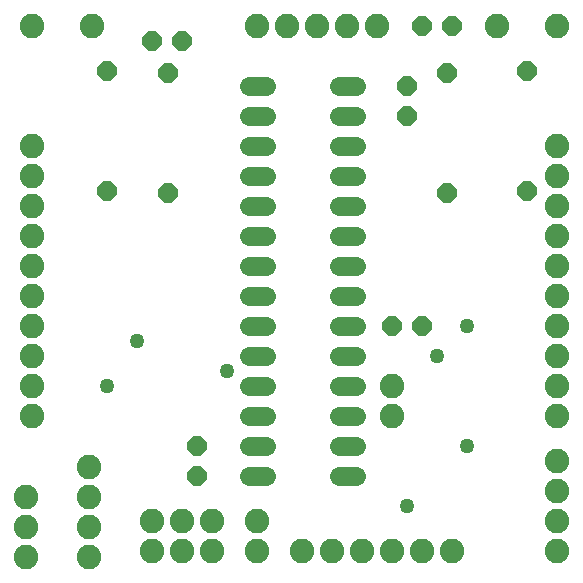
<source format=gbs>
G75*
%MOIN*%
%OFA0B0*%
%FSLAX25Y25*%
%IPPOS*%
%LPD*%
%AMOC8*
5,1,8,0,0,1.08239X$1,22.5*
%
%ADD10OC8,0.06400*%
%ADD11C,0.06400*%
%ADD12C,0.08200*%
%ADD13C,0.04965*%
D10*
X0068000Y0037500D03*
X0068000Y0047500D03*
X0133000Y0087500D03*
X0143000Y0087500D03*
X0151236Y0131713D03*
X0178000Y0132500D03*
X0178000Y0172500D03*
X0153000Y0187500D03*
X0143000Y0187500D03*
X0151236Y0171713D03*
X0138000Y0167500D03*
X0138000Y0157500D03*
X0063000Y0182500D03*
X0053000Y0182500D03*
X0058150Y0171713D03*
X0038000Y0172500D03*
X0038000Y0132500D03*
X0058150Y0131713D03*
D11*
X0085200Y0127500D02*
X0090800Y0127500D01*
X0090800Y0117500D02*
X0085200Y0117500D01*
X0085200Y0107500D02*
X0090800Y0107500D01*
X0090800Y0097500D02*
X0085200Y0097500D01*
X0085200Y0087500D02*
X0090800Y0087500D01*
X0090800Y0077500D02*
X0085200Y0077500D01*
X0085200Y0067500D02*
X0090800Y0067500D01*
X0090800Y0057500D02*
X0085200Y0057500D01*
X0085200Y0047500D02*
X0090800Y0047500D01*
X0090800Y0037500D02*
X0085200Y0037500D01*
X0115200Y0037500D02*
X0120800Y0037500D01*
X0120800Y0047500D02*
X0115200Y0047500D01*
X0115200Y0057500D02*
X0120800Y0057500D01*
X0120800Y0067500D02*
X0115200Y0067500D01*
X0115200Y0077500D02*
X0120800Y0077500D01*
X0120800Y0087500D02*
X0115200Y0087500D01*
X0115200Y0097500D02*
X0120800Y0097500D01*
X0120800Y0107500D02*
X0115200Y0107500D01*
X0115200Y0117500D02*
X0120800Y0117500D01*
X0120800Y0127500D02*
X0115200Y0127500D01*
X0115200Y0137500D02*
X0120800Y0137500D01*
X0120800Y0147500D02*
X0115200Y0147500D01*
X0115200Y0157500D02*
X0120800Y0157500D01*
X0120800Y0167500D02*
X0115200Y0167500D01*
X0090800Y0167500D02*
X0085200Y0167500D01*
X0085200Y0157500D02*
X0090800Y0157500D01*
X0090800Y0147500D02*
X0085200Y0147500D01*
X0085200Y0137500D02*
X0090800Y0137500D01*
D12*
X0011000Y0010500D03*
X0011000Y0020500D03*
X0011000Y0030500D03*
X0032000Y0030500D03*
X0032000Y0020500D03*
X0032000Y0010500D03*
X0053000Y0012500D03*
X0053000Y0022500D03*
X0063000Y0022500D03*
X0063000Y0012500D03*
X0073000Y0012500D03*
X0073000Y0022500D03*
X0088000Y0022500D03*
X0088000Y0012500D03*
X0103000Y0012500D03*
X0113000Y0012500D03*
X0123000Y0012500D03*
X0133000Y0012500D03*
X0143000Y0012500D03*
X0153000Y0012500D03*
X0188000Y0012500D03*
X0188000Y0022500D03*
X0188000Y0032500D03*
X0188000Y0042500D03*
X0188000Y0057500D03*
X0188000Y0067500D03*
X0188000Y0077500D03*
X0188000Y0087500D03*
X0188000Y0097500D03*
X0188000Y0107500D03*
X0188000Y0117500D03*
X0188000Y0127500D03*
X0188000Y0137500D03*
X0188000Y0147500D03*
X0188000Y0187500D03*
X0168000Y0187500D03*
X0128000Y0187500D03*
X0118000Y0187500D03*
X0108000Y0187500D03*
X0098000Y0187500D03*
X0088000Y0187500D03*
X0033000Y0187500D03*
X0013000Y0187500D03*
X0013000Y0147500D03*
X0013000Y0137500D03*
X0013000Y0127500D03*
X0013000Y0117500D03*
X0013000Y0107500D03*
X0013000Y0097500D03*
X0013000Y0087500D03*
X0013000Y0077500D03*
X0013000Y0067500D03*
X0013000Y0057500D03*
X0032000Y0040500D03*
X0133000Y0057500D03*
X0133000Y0067500D03*
D13*
X0148000Y0077500D03*
X0158000Y0087500D03*
X0158000Y0047500D03*
X0138000Y0027500D03*
X0078000Y0072500D03*
X0048000Y0082500D03*
X0038000Y0067500D03*
M02*

</source>
